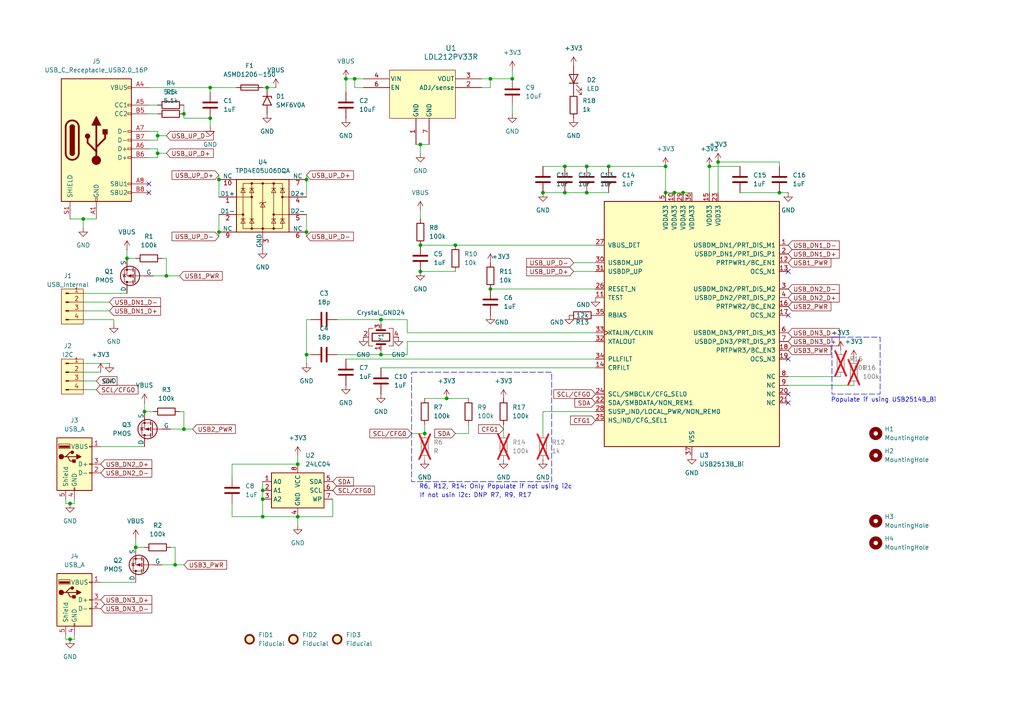
<source format=kicad_sch>
(kicad_sch (version 20250114) (generator "eeschema") (generator_version "9.0")
  (paper "A4")
  (lib_symbols
    (symbol "2025-02-18_15-45-56:LDL212PV33R" (pin_names (offset 0.254))
      (property "Reference" "U3" (at 25.4 10.16 0))
      (property "Value" "LDL212PV33R" (at 25.4 7.62 0))
      (symbol "LDL212PV33R_0_1"
        (pin unspecified line (at 0 1.27 0) (length 7.62) (name "VIN") (number "4"))
        (pin unspecified line (at 0 -1.27 0) (length 7.62) (name "EN") (number "6"))
        (pin power_out line (at 15.24 -17.78 90) (length 7.62) (name "GND") (number "1"))
        (pin power_out line (at 19.05 -17.78 90) (length 7.62) (name "GND") (number "7"))
        (pin output line (at 34.29 1.27 180) (length 7.62) (name "VOUT") (number "3"))
        (pin unspecified line (at 34.29 -1.27 180) (length 7.62) (name "ADJ/sense") (number "2"))
      )
      (symbol "LDL212PV33R_1_1"
        (pin no_connect line (at 0 -3.81 0) (length 7.62) (hide yes) (name "NC") (number "5"))
      )
    )
    (symbol "Conn_01x04_Pin_1" (pin_names (offset 1.016) (hide yes))
      (property "Reference" "J4" (at 0.635 7.62 0))
      (property "Value" "Conn_01x04_Pin" (at 0.635 5.08 0))
      (symbol "Conn_01x04_Pin_1_1_1"
        (pin passive line (at 5.08 2.54 180) (length 3.81) (name "Pin_1") (number "1"))
        (pin passive line (at 5.08 0 180) (length 3.81) (name "Pin_2") (number "2"))
        (pin passive line (at 5.08 -2.54 180) (length 3.81) (name "Pin_3") (number "3"))
        (pin passive line (at 5.08 -5.08 180) (length 3.81) (name "Pin_4") (number "4"))
      )
    )
    (symbol "Connector:Conn_01x04_Pin" (pin_names (offset 1.016) (hide yes))
      (property "Reference" "J5" (at 0.635 7.62 0))
      (property "Value" "Conn_01x04_Pin" (at 0.635 5.08 0))
      (symbol "Conn_01x04_Pin_1_1"
        (pin passive line (at 5.08 2.54 180) (length 3.81) (name "Pin_1") (number "1"))
        (pin passive line (at 5.08 0 180) (length 3.81) (name "Pin_2") (number "2"))
        (pin passive line (at 5.08 -2.54 180) (length 3.81) (name "Pin_3") (number "3"))
        (pin passive line (at 5.08 -5.08 180) (length 3.81) (name "Pin_4") (number "4"))
      )
    )
    (symbol "Connector:USB_A" (pin_names (offset 1.016))
      (property "Reference" "J" (at -5.08 11.43 0))
      (property "Value" "USB_A" (at -5.08 8.89 0))
      (symbol "USB_A_1_1"
        (pin passive line (at -2.54 -10.16 90) (length 2.54) (name "Shield") (number "5"))
        (pin power_in line (at 0 -10.16 90) (length 2.54) (name "GND") (number "4"))
        (pin power_in line (at 7.62 5.08 180) (length 2.54) (name "VBUS") (number "1"))
        (pin bidirectional line (at 7.62 0 180) (length 2.54) (name "D+") (number "3"))
        (pin bidirectional line (at 7.62 -2.54 180) (length 2.54) (name "D-") (number "2"))
      )
    )
    (symbol "Connector:USB_C_Receptacle_USB2.0_16P" (pin_names (offset 1.016))
      (property "Reference" "J" (at 0 22.225 0))
      (property "Value" "USB_C_Receptacle_USB2.0_16P" (at 0 19.685 0))
      (symbol "USB_C_Receptacle_USB2.0_16P_1_1"
        (pin passive line (at -7.62 -22.86 90) (length 5.08) (name "SHIELD") (number "S1"))
        (pin passive line (at 0 -22.86 90) (length 5.08) (name "GND") (number "A1"))
        (pin passive line (at 0 -22.86 90) (length 5.08) (hide yes) (name "GND") (number "A12"))
        (pin passive line (at 0 -22.86 90) (length 5.08) (hide yes) (name "GND") (number "B1"))
        (pin passive line (at 0 -22.86 90) (length 5.08) (hide yes) (name "GND") (number "B12"))
        (pin passive line (at 15.24 15.24 180) (length 5.08) (name "VBUS") (number "A4"))
        (pin passive line (at 15.24 15.24 180) (length 5.08) (hide yes) (name "VBUS") (number "A9"))
        (pin passive line (at 15.24 15.24 180) (length 5.08) (hide yes) (name "VBUS") (number "B4"))
        (pin passive line (at 15.24 15.24 180) (length 5.08) (hide yes) (name "VBUS") (number "B9"))
        (pin bidirectional line (at 15.24 10.16 180) (length 5.08) (name "CC1") (number "A5"))
        (pin bidirectional line (at 15.24 7.62 180) (length 5.08) (name "CC2") (number "B5"))
        (pin bidirectional line (at 15.24 2.54 180) (length 5.08) (name "D-") (number "A7"))
        (pin bidirectional line (at 15.24 0 180) (length 5.08) (name "D-") (number "B7"))
        (pin bidirectional line (at 15.24 -2.54 180) (length 5.08) (name "D+") (number "A6"))
        (pin bidirectional line (at 15.24 -5.08 180) (length 5.08) (name "D+") (number "B6"))
        (pin bidirectional line (at 15.24 -12.7 180) (length 5.08) (name "SBU1") (number "A8"))
        (pin bidirectional line (at 15.24 -15.24 180) (length 5.08) (name "SBU2") (number "B8"))
      )
    )
    (symbol "Device:C" (pin_numbers (hide yes)) (pin_names (offset 0.254))
      (property "Reference" "C" (at 0.635 2.54 0))
      (property "Value" "C" (at 0.635 -2.54 0))
      (symbol "C_1_1"
        (pin passive line (at 0 3.81 270) (length 2.794) (name "~") (number "1"))
        (pin passive line (at 0 -3.81 90) (length 2.794) (name "~") (number "2"))
      )
    )
    (symbol "Device:Crystal_GND24" (pin_names (offset 1.016) (hide yes))
      (property "Reference" "Y" (at 3.175 5.08 0))
      (property "Value" "Crystal_GND24" (at 3.175 3.175 0))
      (symbol "Crystal_GND24_1_1"
        (pin passive line (at -3.81 0 0) (length 1.27) (name "1") (number "1"))
        (pin passive line (at 0 5.08 270) (length 1.27) (name "2") (number "2"))
        (pin passive line (at 0 -5.08 90) (length 1.27) (name "4") (number "4"))
        (pin passive line (at 3.81 0 180) (length 1.27) (name "3") (number "3"))
      )
    )
    (symbol "Device:Fuse" (pin_numbers (hide yes)) (pin_names (offset 0))
      (property "Reference" "F" (at 2.032 0 90))
      (property "Value" "Fuse" (at -1.905 0 90))
      (symbol "Fuse_1_1"
        (pin passive line (at 0 3.81 270) (length 1.27) (name "~") (number "1"))
        (pin passive line (at 0 -3.81 90) (length 1.27) (name "~") (number "2"))
      )
    )
    (symbol "Device:LED" (pin_numbers (hide yes)) (pin_names (offset 1.016) (hide yes))
      (property "Reference" "D" (at 0 2.54 0))
      (property "Value" "LED" (at 0 -2.54 0))
      (symbol "LED_1_1"
        (pin passive line (at -3.81 0 0) (length 2.54) (name "K") (number "1"))
        (pin passive line (at 3.81 0 180) (length 2.54) (name "A") (number "2"))
      )
    )
    (symbol "Device:R" (pin_numbers (hide yes)) (pin_names (offset 0))
      (property "Reference" "R" (at 2.032 0 90))
      (property "Value" "R" (at 0 0 90))
      (symbol "R_1_1"
        (pin passive line (at 0 3.81 270) (length 1.27) (name "~") (number "1"))
        (pin passive line (at 0 -3.81 90) (length 1.27) (name "~") (number "2"))
      )
    )
    (symbol "Diode:SMF6V0A" (pin_numbers (hide yes)) (pin_names (offset 1.016) (hide yes))
      (property "Reference" "D" (at 0 2.54 0))
      (property "Value" "SMF6V0A" (at 0 -2.54 0))
      (symbol "SMF6V0A_1_1"
        (pin passive line (at -3.81 0 0) (length 2.54) (name "A1") (number "1"))
        (pin passive line (at 3.81 0 180) (length 2.54) (name "A2") (number "2"))
      )
    )
    (symbol "Interface_USB:USB2514B_Bi" (pin_names (offset 1.016))
      (property "Reference" "U1" (at 2.1941 -38.1 0))
      (property "Value" "USB2513B_Bi" (at 2.1941 -40.64 0))
      (symbol "USB2514B_Bi_1_1"
        (pin input line (at -27.94 22.86 0) (length 2.54) (name "VBUS_DET") (number "27"))
        (pin bidirectional line (at -27.94 17.78 0) (length 2.54) (name "USBDM_UP") (number "30"))
        (pin bidirectional line (at -27.94 15.24 0) (length 2.54) (name "USBDP_UP") (number "31"))
        (pin input line (at -27.94 10.16 0) (length 2.54) (name "RESET_N") (number "26"))
        (pin input line (at -27.94 7.62 0) (length 2.54) (name "TEST") (number "11"))
        (pin input line (at -27.94 2.54 0) (length 2.54) (name "RBIAS") (number "35"))
        (pin input clock (at -27.94 -2.54 0) (length 2.54) (name "XTALIN/CLKIN") (number "33"))
        (pin output line (at -27.94 -5.08 0) (length 2.54) (name "XTALOUT") (number "32"))
        (pin input line (at -27.94 -10.16 0) (length 2.54) (name "PLLFILT") (number "34"))
        (pin input line (at -27.94 -12.7 0) (length 2.54) (name "CRFILT") (number "14"))
        (pin bidirectional line (at -27.94 -20.32 0) (length 2.54) (name "SCL/SMBCLK/CFG_SEL0") (number "24"))
        (pin bidirectional line (at -27.94 -22.86 0) (length 2.54) (name "SDA/SMBDATA/NON_REM1") (number "22"))
        (pin bidirectional line (at -27.94 -25.4 0) (length 2.54) (name "SUSP_IND/LOCAL_PWR/NON_REM0") (number "28"))
        (pin bidirectional line (at -27.94 -27.94 0) (length 2.54) (name "HS_IND/CFG_SEL1") (number "25"))
        (pin power_in line (at -7.62 38.1 270) (length 2.54) (name "VDDA33") (number "5"))
        (pin power_in line (at -5.08 38.1 270) (length 2.54) (name "VDDA33") (number "10"))
        (pin power_in line (at -2.54 38.1 270) (length 2.54) (name "VDDA33") (number "29"))
        (pin power_in line (at 0 38.1 270) (length 2.54) (name "VDDA33") (number "36"))
        (pin power_in line (at 0 -38.1 90) (length 2.54) (name "VSS") (number "37"))
        (pin power_in line (at 5.08 38.1 270) (length 2.54) (name "VDD33") (number "15"))
        (pin power_in line (at 7.62 38.1 270) (length 2.54) (name "VDD33") (number "23"))
        (pin bidirectional line (at 27.94 22.86 180) (length 2.54) (name "USBDM_DN1/PRT_DIS_M1") (number "1"))
        (pin bidirectional line (at 27.94 20.32 180) (length 2.54) (name "USBDP_DN1/PRT_DIS_P1") (number "2"))
        (pin bidirectional line (at 27.94 17.78 180) (length 2.54) (name "PRTPWR1/BC_EN1") (number "12"))
        (pin input line (at 27.94 15.24 180) (length 2.54) (name "OCS_N1") (number "13"))
        (pin bidirectional line (at 27.94 10.16 180) (length 2.54) (name "USBDM_DN2/PRT_DIS_M2") (number "3"))
        (pin bidirectional line (at 27.94 7.62 180) (length 2.54) (name "USBDP_DN2/PRT_DIS_P2") (number "4"))
        (pin bidirectional line (at 27.94 5.08 180) (length 2.54) (name "PRTPWR2/BC_EN2") (number "16"))
        (pin input line (at 27.94 2.54 180) (length 2.54) (name "OCS_N2") (number "17"))
        (pin bidirectional line (at 27.94 -2.54 180) (length 2.54) (name "USBDM_DN3/PRT_DIS_M3") (number "6"))
        (pin bidirectional line (at 27.94 -5.08 180) (length 2.54) (name "USBDP_DN3/PRT_DIS_P3") (number "7"))
        (pin bidirectional line (at 27.94 -7.62 180) (length 2.54) (name "PRTPWR3/BC_EN3") (number "18"))
        (pin input line (at 27.94 -10.16 180) (length 2.54) (name "OCS_N3") (number "19"))
        (pin bidirectional line (at 27.94 -15.24 180) (length 2.54) (name "NC") (number "8"))
        (pin bidirectional line (at 27.94 -17.78 180) (length 2.54) (name "NC") (number "9"))
        (pin bidirectional line (at 27.94 -20.32 180) (length 2.54) (name "NC") (number "20"))
        (pin input line (at 27.94 -22.86 180) (length 2.54) (name "NC") (number "21"))
      )
    )
    (symbol "Mechanical:Fiducial" (exclude_from_sim yes) (in_bom no)
      (property "Reference" "FID" (at 0 5.08 0))
      (property "Value" "Fiducial" (at 0 3.175 0))
    )
    (symbol "Mechanical:MountingHole" (pin_names (offset 1.016)) (exclude_from_sim yes) (in_bom no)
      (property "Reference" "H" (at 0 5.08 0))
      (property "Value" "MountingHole" (at 0 3.175 0))
    )
    (symbol "Memory_EEPROM:24LC04"
      (property "Reference" "U2" (at 2.1941 10.16 0))
      (property "Value" "24LC04" (at 2.1941 7.62 0))
      (symbol "24LC04_1_1"
        (pin input line (at -10.16 2.54 0) (length 2.54) (name "A0") (number "1"))
        (pin input line (at -10.16 0 0) (length 2.54) (name "A1") (number "2"))
        (pin input line (at -10.16 -2.54 0) (length 2.54) (name "A2") (number "3"))
        (pin power_in line (at 0 7.62 270) (length 2.54) (name "VCC") (number "8"))
        (pin power_in line (at 0 -7.62 90) (length 2.54) (name "GND") (number "4"))
        (pin passive line (at 0 -7.62 90) (length 2.54) (hide yes) (name "EP") (number "9"))
        (pin bidirectional line (at 10.16 2.54 180) (length 2.54) (name "SDA") (number "5"))
        (pin input line (at 10.16 0 180) (length 2.54) (name "SCL") (number "6"))
        (pin input line (at 10.16 -2.54 180) (length 2.54) (name "WP") (number "7"))
      )
    )
    (symbol "Power_Protection:TPD4E05U06DQA" (pin_names (offset 0))
      (property "Reference" "U" (at -0.635 8.89 0))
      (property "Value" "TPD4E05U06DQA" (at 1.905 -10.16 0))
      (symbol "TPD4E05U06DQA_1_1"
        (pin free line (at -12.7 7.62 0) (length 5.08) (name "NC") (number "10"))
        (pin passive line (at -12.7 2.54 0) (length 5.08) (name "D1+") (number "1"))
        (pin passive line (at -12.7 -2.54 0) (length 5.08) (name "D1-") (number "2"))
        (pin free line (at -12.7 -7.62 0) (length 5.08) (name "NC") (number "9"))
        (pin power_in line (at 0 -12.7 90) (length 5.08) (name "GND") (number "3"))
        (pin passive line (at 0 -12.7 90) (length 5.08) (hide yes) (name "GND") (number "8"))
        (pin free line (at 12.7 7.62 180) (length 5.08) (name "NC") (number "7"))
        (pin passive line (at 12.7 2.54 180) (length 5.08) (name "D2+") (number "4"))
        (pin passive line (at 12.7 -2.54 180) (length 5.08) (name "D2-") (number "5"))
        (pin free line (at 12.7 -7.62 180) (length 5.08) (name "NC") (number "6"))
      )
    )
    (symbol "Simulation_SPICE:PMOS" (pin_numbers (hide yes)) (pin_names (offset 0))
      (property "Reference" "Q" (at 5.08 1.27 0))
      (property "Value" "PMOS" (at 5.08 -1.27 0))
      (symbol "PMOS_1_1"
        (pin input line (at -5.08 0 0) (length 2.54) (name "G") (number "2"))
        (pin passive line (at 2.54 5.08 270) (length 2.54) (name "D") (number "1"))
        (pin passive line (at 2.54 -5.08 90) (length 2.54) (name "S") (number "3"))
      )
    )
    (symbol "power:+3V3" (power) (pin_numbers (hide yes)) (pin_names (offset 0) (hide yes))
      (property "Value" "+3V3" (at 0 3.556 0))
      (symbol "+3V3_1_1"
        (pin power_in line (at 0 0 90) (length 0) (name "~") (number "1"))
      )
    )
    (symbol "power:GND" (power) (pin_numbers (hide yes)) (pin_names (offset 0) (hide yes))
      (property "Value" "GND" (at 0 -3.81 0))
      (symbol "GND_1_1"
        (pin power_in line (at 0 0 270) (length 0) (name "~") (number "1"))
      )
    )
    (symbol "power:VBUS" (power) (pin_numbers (hide yes)) (pin_names (offset 0) (hide yes))
      (property "Value" "VBUS" (at 0 3.556 0))
      (symbol "VBUS_1_1"
        (pin power_in line (at 0 0 90) (length 0) (name "~") (number "1"))
      )
    )
  )
  (rectangle (start 119.38 107.95) (end 160.02 139.7) (stroke (width 0) (type dash)))
  (rectangle (start 241.3 97.79) (end 255.27 114.3) (stroke (width 0) (type dash)))
  (text "If not usin i2c: DNP R7, R9, R17" (at 137.922 143.764 0) (effects (font (size 1.27 1.27))))
  (text "R6, R12, R14: Only Populate if not using i2c" (at 143.764 141.224 0) (effects (font (size 1.27 1.27))))
  (text "Populate if using USB2514B_Bi" (at 256.286 116.078 0) (effects (font (size 1.27 1.27))))
  (junction (at 53.34 124.46))
  (junction (at 24.13 63.5))
  (junction (at 63.5 52.07))
  (junction (at 121.92 78.74))
  (junction (at 193.04 48.26))
  (junction (at 86.36 149.86))
  (junction (at 110.49 102.87))
  (junction (at 170.18 55.88))
  (junction (at 121.92 71.12))
  (junction (at 163.83 48.26))
  (junction (at 76.2 149.86))
  (junction (at 142.24 22.86))
  (junction (at 198.12 55.88))
  (junction (at 50.8 163.83))
  (junction (at 63.5 67.31))
  (junction (at 76.2 144.78))
  (junction (at 110.49 92.71))
  (junction (at 170.18 48.26))
  (junction (at 45.72 44.45))
  (junction (at 102.87 22.86))
  (junction (at 208.28 46.99))
  (junction (at 100.33 22.86))
  (junction (at 77.47 25.4))
  (junction (at 226.06 55.88))
  (junction (at 148.59 22.86))
  (junction (at 205.74 48.26))
  (junction (at 142.24 83.82))
  (junction (at 88.9 52.07))
  (junction (at 53.34 33.02))
  (junction (at 48.26 80.01))
  (junction (at 176.53 48.26))
  (junction (at 86.36 134.62))
  (junction (at 45.72 39.37))
  (junction (at 132.08 71.12))
  (junction (at 195.58 55.88))
  (junction (at 121.92 41.91))
  (junction (at 20.32 146.05))
  (junction (at 163.83 55.88))
  (junction (at 157.48 55.88))
  (junction (at 41.91 119.38))
  (junction (at 88.9 102.87))
  (junction (at 60.96 34.29))
  (junction (at 123.19 125.73))
  (junction (at 193.04 55.88))
  (junction (at 60.96 25.4))
  (junction (at 20.32 185.42))
  (junction (at 88.9 67.31))
  (junction (at 76.2 142.24))
  (junction (at 36.83 74.93))
  (junction (at 129.54 115.57))
  (junction (at 39.37 158.75))
  (no_connect (at 228.6 114.3))
  (no_connect (at 43.18 55.88))
  (no_connect (at 43.18 53.34))
  (no_connect (at 228.6 104.14))
  (no_connect (at 228.6 78.74))
  (no_connect (at 228.6 116.84))
  (no_connect (at 228.6 91.44))
  (wire (pts (xy 170.18 48.26) (xy 176.53 48.26)))
  (wire (pts (xy 118.11 102.87) (xy 118.11 99.06)))
  (wire (pts (xy 67.31 138.43) (xy 67.31 134.62)))
  (wire (pts (xy 163.83 55.88) (xy 170.18 55.88)))
  (wire (pts (xy 226.06 55.88) (xy 228.6 55.88)))
  (wire (pts (xy 76.2 149.86) (xy 86.36 149.86)))
  (wire (pts (xy 43.18 40.64) (xy 45.72 40.64)))
  (wire (pts (xy 60.96 34.29) (xy 60.96 36.83)))
  (wire (pts (xy 49.53 158.75) (xy 50.8 158.75)))
  (wire (pts (xy 205.74 55.88) (xy 205.74 48.26)))
  (wire (pts (xy 52.07 80.01) (xy 48.26 80.01)))
  (wire (pts (xy 21.59 146.05) (xy 20.32 146.05)))
  (wire (pts (xy 24.13 63.5) (xy 24.13 66.04)))
  (wire (pts (xy 121.92 60.96) (xy 121.92 63.5)))
  (wire (pts (xy 110.49 92.71) (xy 110.49 93.98)))
  (wire (pts (xy 43.18 30.48) (xy 45.72 30.48)))
  (wire (pts (xy 129.54 115.57) (xy 135.89 115.57)))
  (wire (pts (xy 63.5 50.8) (xy 63.5 52.07)))
  (wire (pts (xy 123.19 115.57) (xy 129.54 115.57)))
  (wire (pts (xy 36.83 74.93) (xy 39.37 74.93)))
  (wire (pts (xy 102.87 22.86) (xy 105.41 22.86)))
  (wire (pts (xy 86.36 132.08) (xy 86.36 134.62)))
  (wire (pts (xy 110.49 101.6) (xy 110.49 102.87)))
  (wire (pts (xy 50.8 158.75) (xy 50.8 163.83)))
  (wire (pts (xy 53.34 119.38) (xy 52.07 119.38)))
  (wire (pts (xy 142.24 25.4) (xy 142.24 22.86)))
  (wire (pts (xy 118.11 92.71) (xy 118.11 96.52)))
  (wire (pts (xy 27.94 113.03) (xy 24.13 113.03)))
  (wire (pts (xy 24.13 85.09) (xy 36.83 85.09)))
  (wire (pts (xy 118.11 99.06) (xy 172.72 99.06)))
  (wire (pts (xy 198.12 55.88) (xy 200.66 55.88)))
  (wire (pts (xy 53.34 30.48) (xy 53.34 33.02)))
  (wire (pts (xy 41.91 119.38) (xy 44.45 119.38)))
  (wire (pts (xy 88.9 52.07) (xy 88.9 57.15)))
  (wire (pts (xy 48.26 80.01) (xy 44.45 80.01)))
  (wire (pts (xy 29.21 168.91) (xy 39.37 168.91)))
  (wire (pts (xy 110.49 92.71) (xy 118.11 92.71)))
  (wire (pts (xy 148.59 22.86) (xy 148.59 20.32)))
  (wire (pts (xy 193.04 55.88) (xy 195.58 55.88)))
  (wire (pts (xy 88.9 92.71) (xy 90.17 92.71)))
  (wire (pts (xy 163.83 48.26) (xy 170.18 48.26)))
  (wire (pts (xy 43.18 33.02) (xy 45.72 33.02)))
  (wire (pts (xy 67.31 149.86) (xy 76.2 149.86)))
  (wire (pts (xy 29.21 129.54) (xy 41.91 129.54)))
  (wire (pts (xy 27.94 110.49) (xy 24.13 110.49)))
  (wire (pts (xy 170.18 55.88) (xy 176.53 55.88)))
  (wire (pts (xy 21.59 144.78) (xy 21.59 146.05)))
  (wire (pts (xy 49.53 124.46) (xy 53.34 124.46)))
  (wire (pts (xy 39.37 156.21) (xy 39.37 158.75)))
  (wire (pts (xy 21.59 184.15) (xy 21.59 185.42)))
  (wire (pts (xy 135.89 125.73) (xy 135.89 123.19)))
  (wire (pts (xy 45.72 40.64) (xy 45.72 39.37)))
  (wire (pts (xy 21.59 185.42) (xy 20.32 185.42)))
  (wire (pts (xy 157.48 48.26) (xy 163.83 48.26)))
  (wire (pts (xy 48.26 44.45) (xy 45.72 44.45)))
  (wire (pts (xy 228.6 109.22) (xy 243.84 109.22)))
  (wire (pts (xy 50.8 163.83) (xy 46.99 163.83)))
  (wire (pts (xy 39.37 158.75) (xy 41.91 158.75)))
  (wire (pts (xy 60.96 25.4) (xy 60.96 26.67)))
  (wire (pts (xy 67.31 134.62) (xy 86.36 134.62)))
  (wire (pts (xy 142.24 83.82) (xy 172.72 83.82)))
  (wire (pts (xy 166.37 76.2) (xy 172.72 76.2)))
  (wire (pts (xy 20.32 63.5) (xy 24.13 63.5)))
  (wire (pts (xy 41.91 116.84) (xy 41.91 119.38)))
  (wire (pts (xy 24.13 63.5) (xy 27.94 63.5)))
  (wire (pts (xy 146.05 123.19) (xy 146.05 125.73)))
  (wire (pts (xy 123.19 125.73) (xy 123.19 123.19)))
  (wire (pts (xy 176.53 48.26) (xy 193.04 48.26)))
  (wire (pts (xy 205.74 48.26) (xy 214.63 48.26)))
  (wire (pts (xy 208.28 46.99) (xy 226.06 46.99)))
  (wire (pts (xy 139.7 25.4) (xy 142.24 25.4)))
  (wire (pts (xy 97.79 102.87) (xy 110.49 102.87)))
  (wire (pts (xy 88.9 105.41) (xy 88.9 102.87)))
  (wire (pts (xy 100.33 104.14) (xy 172.72 104.14)))
  (wire (pts (xy 67.31 146.05) (xy 67.31 149.86)))
  (wire (pts (xy 76.2 144.78) (xy 76.2 149.86)))
  (wire (pts (xy 88.9 50.8) (xy 88.9 52.07)))
  (wire (pts (xy 46.99 74.93) (xy 48.26 74.93)))
  (wire (pts (xy 132.08 71.12) (xy 172.72 71.12)))
  (wire (pts (xy 24.13 87.63) (xy 31.75 87.63)))
  (wire (pts (xy 77.47 25.4) (xy 80.01 25.4)))
  (wire (pts (xy 76.2 25.4) (xy 77.47 25.4)))
  (wire (pts (xy 63.5 67.31) (xy 63.5 62.23)))
  (wire (pts (xy 24.13 105.41) (xy 31.75 105.41)))
  (wire (pts (xy 53.34 33.02) (xy 53.34 34.29)))
  (wire (pts (xy 19.05 185.42) (xy 20.32 185.42)))
  (wire (pts (xy 43.18 25.4) (xy 60.96 25.4)))
  (wire (pts (xy 195.58 55.88) (xy 198.12 55.88)))
  (wire (pts (xy 157.48 119.38) (xy 157.48 125.73)))
  (wire (pts (xy 110.49 102.87) (xy 118.11 102.87)))
  (wire (pts (xy 43.18 43.18) (xy 45.72 43.18)))
  (wire (pts (xy 148.59 30.48) (xy 148.59 33.02)))
  (wire (pts (xy 36.83 72.39) (xy 36.83 74.93)))
  (wire (pts (xy 86.36 152.4) (xy 86.36 149.86)))
  (wire (pts (xy 120.65 41.91) (xy 121.92 41.91)))
  (wire (pts (xy 118.11 96.52) (xy 172.72 96.52)))
  (wire (pts (xy 63.5 52.07) (xy 63.5 57.15)))
  (wire (pts (xy 132.08 125.73) (xy 135.89 125.73)))
  (wire (pts (xy 43.18 38.1) (xy 45.72 38.1)))
  (wire (pts (xy 76.2 142.24) (xy 76.2 144.78)))
  (wire (pts (xy 48.26 74.93) (xy 48.26 80.01)))
  (wire (pts (xy 88.9 92.71) (xy 88.9 102.87)))
  (wire (pts (xy 88.9 68.58) (xy 88.9 67.31)))
  (wire (pts (xy 19.05 146.05) (xy 20.32 146.05)))
  (wire (pts (xy 45.72 45.72) (xy 45.72 44.45)))
  (wire (pts (xy 53.34 34.29) (xy 60.96 34.29)))
  (wire (pts (xy 226.06 46.99) (xy 226.06 48.26)))
  (wire (pts (xy 214.63 55.88) (xy 226.06 55.88)))
  (wire (pts (xy 105.41 25.4) (xy 102.87 25.4)))
  (wire (pts (xy 193.04 55.88) (xy 193.04 48.26)))
  (wire (pts (xy 102.87 25.4) (xy 102.87 22.86)))
  (wire (pts (xy 19.05 144.78) (xy 19.05 146.05)))
  (wire (pts (xy 100.33 22.86) (xy 100.33 26.67)))
  (wire (pts (xy 96.52 149.86) (xy 86.36 149.86)))
  (wire (pts (xy 53.34 119.38) (xy 53.34 124.46)))
  (wire (pts (xy 119.38 125.73) (xy 123.19 125.73)))
  (wire (pts (xy 157.48 55.88) (xy 163.83 55.88)))
  (wire (pts (xy 97.79 92.71) (xy 110.49 92.71)))
  (wire (pts (xy 121.92 41.91) (xy 124.46 41.91)))
  (wire (pts (xy 208.28 55.88) (xy 208.28 46.99)))
  (wire (pts (xy 88.9 67.31) (xy 88.9 62.23)))
  (wire (pts (xy 33.02 92.71) (xy 33.02 93.98)))
  (wire (pts (xy 19.05 184.15) (xy 19.05 185.42)))
  (wire (pts (xy 110.49 106.68) (xy 172.72 106.68)))
  (wire (pts (xy 53.34 163.83) (xy 50.8 163.83)))
  (wire (pts (xy 45.72 38.1) (xy 45.72 39.37)))
  (wire (pts (xy 142.24 22.86) (xy 148.59 22.86)))
  (wire (pts (xy 43.18 45.72) (xy 45.72 45.72)))
  (wire (pts (xy 100.33 22.86) (xy 102.87 22.86)))
  (wire (pts (xy 48.26 39.37) (xy 45.72 39.37)))
  (wire (pts (xy 172.72 119.38) (xy 157.48 119.38)))
  (wire (pts (xy 228.6 111.76) (xy 247.65 111.76)))
  (wire (pts (xy 96.52 144.78) (xy 96.52 149.86)))
  (wire (pts (xy 166.37 78.74) (xy 172.72 78.74)))
  (wire (pts (xy 76.2 139.7) (xy 76.2 142.24)))
  (wire (pts (xy 24.13 90.17) (xy 31.75 90.17)))
  (wire (pts (xy 139.7 22.86) (xy 142.24 22.86)))
  (wire (pts (xy 88.9 102.87) (xy 90.17 102.87)))
  (wire (pts (xy 24.13 107.95) (xy 29.21 107.95)))
  (wire (pts (xy 121.92 78.74) (xy 132.08 78.74)))
  (wire (pts (xy 63.5 68.58) (xy 63.5 67.31)))
  (wire (pts (xy 45.72 43.18) (xy 45.72 44.45)))
  (wire (pts (xy 60.96 25.4) (xy 68.58 25.4)))
  (wire (pts (xy 121.92 41.91) (xy 121.92 44.45)))
  (wire (pts (xy 24.13 92.71) (xy 33.02 92.71)))
  (wire (pts (xy 55.88 124.46) (xy 53.34 124.46)))
  (wire (pts (xy 132.08 71.12) (xy 121.92 71.12)))
  (global_label "SCL{slash}CFG0" (shape input) (at 27.94 113.03 0) (property "Intersheetrefs" "${INTERSHEET_REFS}" (effects (hide yes))))
  (global_label "USB_DN1_D+" (shape input) (at 228.6 73.66 0) (property "Intersheetrefs" "${INTERSHEET_REFS}" (effects (hide yes))) (property "Netclass" "USB" (effects (hide yes))))
  (global_label "USB_DN2_D+" (shape input) (at 29.21 134.62 0) (property "Intersheetrefs" "${INTERSHEET_REFS}" (effects (hide yes))) (property "Netclass" "USB" (effects (hide yes))))
  (global_label "SDA" (shape input) (at 172.72 116.84 180) (property "Intersheetrefs" "${INTERSHEET_REFS}" (effects (hide yes))))
  (global_label "USB1_PWR" (shape input) (at 52.07 80.01 0) (property "Intersheetrefs" "${INTERSHEET_REFS}" (effects (hide yes))))
  (global_label "USB_DN1_D+" (shape input) (at 31.75 90.17 0) (property "Intersheetrefs" "${INTERSHEET_REFS}" (effects (hide yes))) (property "Netclass" "USB" (effects (hide yes))))
  (global_label "SDA" (shape input) (at 27.94 110.49 0) (property "Intersheetrefs" "${INTERSHEET_REFS}" (effects (hide yes))))
  (global_label "USB_DN2_D+" (shape input) (at 228.6 86.36 0) (property "Intersheetrefs" "${INTERSHEET_REFS}" (effects (hide yes))) (property "Netclass" "USB" (effects (hide yes))))
  (global_label "SCL{slash}CFG0" (shape input) (at 96.52 142.24 0) (property "Intersheetrefs" "${INTERSHEET_REFS}" (effects (hide yes))))
  (global_label "USB_DN1_D-" (shape input) (at 228.6 71.12 0) (property "Intersheetrefs" "${INTERSHEET_REFS}" (effects (hide yes))) (property "Netclass" "USB" (effects (hide yes))))
  (global_label "USB_UP_D+" (shape input) (at 88.9 50.8 0) (property "Intersheetrefs" "${INTERSHEET_REFS}" (effects (hide yes))) (property "Netclass" "USB" (effects (hide yes))))
  (global_label "USB1_PWR" (shape input) (at 228.6 76.2 0) (property "Intersheetrefs" "${INTERSHEET_REFS}" (effects (hide yes))))
  (global_label "USB_DN2_D-" (shape input) (at 29.21 137.16 0) (property "Intersheetrefs" "${INTERSHEET_REFS}" (effects (hide yes))) (property "Netclass" "USB" (effects (hide yes))))
  (global_label "USB2_PWR" (shape input) (at 55.88 124.46 0) (property "Intersheetrefs" "${INTERSHEET_REFS}" (effects (hide yes))))
  (global_label "USB_UP_D-" (shape input) (at 88.9 68.58 0) (property "Intersheetrefs" "${INTERSHEET_REFS}" (effects (hide yes))) (property "Netclass" "USB" (effects (hide yes))))
  (global_label "SDA" (shape input) (at 96.52 139.7 0) (property "Intersheetrefs" "${INTERSHEET_REFS}" (effects (hide yes))))
  (global_label "USB_UP_D-" (shape input) (at 166.37 76.2 180) (property "Intersheetrefs" "${INTERSHEET_REFS}" (effects (hide yes))) (property "Netclass" "USB" (effects (hide yes))))
  (global_label "CFG1" (shape input) (at 172.72 121.92 180) (property "Intersheetrefs" "${INTERSHEET_REFS}" (effects (hide yes))))
  (global_label "USB_UP_D-" (shape input) (at 48.26 39.37 0) (property "Intersheetrefs" "${INTERSHEET_REFS}" (effects (hide yes))) (property "Netclass" "USB" (effects (hide yes))))
  (global_label "USB3_PWR" (shape input) (at 228.6 101.6 0) (property "Intersheetrefs" "${INTERSHEET_REFS}" (effects (hide yes))))
  (global_label "USB_UP_D+" (shape input) (at 166.37 78.74 180) (property "Intersheetrefs" "${INTERSHEET_REFS}" (effects (hide yes))) (property "Netclass" "USB" (effects (hide yes))))
  (global_label "SCL{slash}CFG0" (shape input) (at 172.72 114.3 180) (property "Intersheetrefs" "${INTERSHEET_REFS}" (effects (hide yes))))
  (global_label "USB_DN1_D-" (shape input) (at 31.75 87.63 0) (property "Intersheetrefs" "${INTERSHEET_REFS}" (effects (hide yes))) (property "Netclass" "USB" (effects (hide yes))))
  (global_label "USB_DN3_D-" (shape input) (at 29.21 176.53 0) (property "Intersheetrefs" "${INTERSHEET_REFS}" (effects (hide yes))) (property "Netclass" "USB" (effects (hide yes))))
  (global_label "USB_DN3_D-" (shape input) (at 228.6 96.52 0) (property "Intersheetrefs" "${INTERSHEET_REFS}" (effects (hide yes))) (property "Netclass" "USB" (effects (hide yes))))
  (global_label "USB_DN3_D+" (shape input) (at 228.6 99.06 0) (property "Intersheetrefs" "${INTERSHEET_REFS}" (effects (hide yes))) (property "Netclass" "USB" (effects (hide yes))))
  (global_label "USB_DN3_D+" (shape input) (at 29.21 173.99 0) (property "Intersheetrefs" "${INTERSHEET_REFS}" (effects (hide yes))) (property "Netclass" "USB" (effects (hide yes))))
  (global_label "USB3_PWR" (shape input) (at 53.34 163.83 0) (property "Intersheetrefs" "${INTERSHEET_REFS}" (effects (hide yes))))
  (global_label "USB_UP_D+" (shape input) (at 63.5 50.8 180) (property "Intersheetrefs" "${INTERSHEET_REFS}" (effects (hide yes))) (property "Netclass" "USB" (effects (hide yes))))
  (global_label "USB_UP_D+" (shape input) (at 48.26 44.45 0) (property "Intersheetrefs" "${INTERSHEET_REFS}" (effects (hide yes))) (property "Netclass" "USB" (effects (hide yes))))
  (global_label "CFG1" (shape input) (at 146.05 124.46 180) (property "Intersheetrefs" "${INTERSHEET_REFS}" (effects (hide yes))))
  (global_label "SCL{slash}CFG0" (shape input) (at 119.38 125.73 180) (property "Intersheetrefs" "${INTERSHEET_REFS}" (effects (hide yes))))
  (global_label "USB2_PWR" (shape input) (at 228.6 88.9 0) (property "Intersheetrefs" "${INTERSHEET_REFS}" (effects (hide yes))))
  (global_label "SDA" (shape input) (at 132.08 125.73 180) (property "Intersheetrefs" "${INTERSHEET_REFS}" (effects (hide yes))))
  (global_label "USB_DN2_D-" (shape input) (at 228.6 83.82 0) (property "Intersheetrefs" "${INTERSHEET_REFS}" (effects (hide yes))) (property "Netclass" "USB" (effects (hide yes))))
  (global_label "USB_UP_D-" (shape input) (at 63.5 68.58 180) (property "Intersheetrefs" "${INTERSHEET_REFS}" (effects (hide yes))) (property "Netclass" "USB" (effects (hide yes))))
  (symbol (lib_id "Device:R") (at 146.05 129.54 0) (unit 1) (dnp yes)
    (property "Reference" "R14" (at 148.59 128.2699 0) (effects (justify left)))
    (property "Value" "100k" (at 148.59 130.8099 0) (effects (justify left)))
    (property "Footprint" "Resistor_SMD:R_0402_1005Metric" (effects (hide yes)))
    (property "Description" "Resistor" (effects (hide yes)))
  )
  (symbol (lib_id "Device:C") (at 163.83 52.07 0) (unit 1)
    (property "Reference" "C12" (at 167.64 50.7999 0) (effects (justify left)))
    (property "Value" "1uF" (at 167.64 53.3399 0) (effects (justify left)))
    (property "Footprint" "Capacitor_SMD:C_0402_1005Metric" (effects (hide yes)))
    (property "Description" "Unpolarized capacitor" (effects (hide yes)))
  )
  (symbol (lib_id "power:GND") (at 88.9 105.41 0) (unit 1)
    (property "Reference" "#PWR014" (effects (hide yes)))
    (property "Value" "GND" (at 88.9 110.49 0))
    (property "Description" "Power symbol creates a global label with name \"GND\" , ground" (effects (hide yes)))
  )
  (symbol (lib_id "Device:R") (at 121.92 67.31 180) (unit 1)
    (property "Reference" "R8" (at 124.46 66.0399 0) (effects (justify right)))
    (property "Value" "100k" (at 124.46 68.5799 0) (effects (justify right)))
    (property "Footprint" "Resistor_SMD:R_0402_1005Metric" (effects (hide yes)))
    (property "Description" "Resistor" (effects (hide yes)))
  )
  (symbol (lib_id "Device:C") (at 157.48 52.07 0) (unit 1)
    (property "Reference" "C11" (at 161.29 50.7999 0) (effects (justify left)))
    (property "Value" "1uF" (at 161.29 53.3399 0) (effects (justify left)))
    (property "Footprint" "Capacitor_SMD:C_0402_1005Metric" (effects (hide yes)))
    (property "Description" "Unpolarized capacitor" (effects (hide yes)))
  )
  (symbol (lib_id "power:GND") (at 20.32 146.05 0) (unit 1)
    (property "Reference" "#PWR01" (effects (hide yes)))
    (property "Value" "GND" (at 20.32 151.13 0))
    (property "Description" "Power symbol creates a global label with name \"GND\" , ground" (effects (hide yes)))
  )
  (symbol (lib_id "power:GND") (at 100.33 111.76 0) (unit 1)
    (property "Reference" "#PWR021" (effects (hide yes)))
    (property "Value" "GND" (at 100.33 116.84 0))
    (property "Description" "Power symbol creates a global label with name \"GND\" , ground" (effects (hide yes)))
  )
  (symbol (lib_id "Mechanical:Fiducial") (at 85.09 185.42 0) (unit 1) (exclude_from_sim yes) (in_bom no)
    (property "Reference" "FID2" (at 87.63 184.1499 0) (effects (justify left)))
    (property "Value" "Fiducial" (at 87.63 186.6899 0) (effects (justify left)))
    (property "Footprint" "Fiducial:Fiducial_0.5mm_Mask1mm" (effects (hide yes)))
    (property "Description" "Fiducial Marker" (effects (hide yes)))
  )
  (symbol (lib_id "Device:R") (at 247.65 107.95 0) (unit 1) (dnp yes)
    (property "Reference" "R16" (at 250.19 106.6799 0) (effects (justify left)))
    (property "Value" "100k" (at 250.19 109.2199 0) (effects (justify left)))
    (property "Footprint" "Resistor_SMD:R_0402_1005Metric" (effects (hide yes)))
    (property "Description" "Resistor" (effects (hide yes)))
  )
  (symbol (lib_id "power:+3V3") (at 243.84 101.6 0) (unit 1)
    (property "Reference" "#PWR035" (effects (hide yes)))
    (property "Value" "+3V3" (at 243.84 96.52 0))
    (property "Description" "Power symbol creates a global label with name \"+3V3\"" (effects (hide yes)))
  )
  (symbol (lib_id "power:VBUS") (at 36.83 72.39 0) (unit 1)
    (property "Reference" "#PWR07" (effects (hide yes)))
    (property "Value" "VBUS" (at 36.83 67.31 0))
    (property "Description" "Power symbol creates a global label with name \"VBUS\"" (effects (hide yes)))
  )
  (symbol (lib_id "power:+3V3") (at 166.37 19.05 0) (unit 1)
    (property "Reference" "#PWR046" (effects (hide yes)))
    (property "Value" "+3V3" (at 166.37 13.97 0))
    (property "Description" "Power symbol creates a global label with name \"+3V3\"" (effects (hide yes)))
  )
  (symbol (lib_id "power:GND") (at 172.72 86.36 0) (unit 1)
    (property "Reference" "#PWR029" (effects (hide yes)))
    (property "Value" "GND" (at 169.164 88.392 0))
    (property "Description" "Power symbol creates a global label with name \"GND\" , ground" (effects (hide yes)))
  )
  (symbol (lib_id "power:+3V3") (at 29.21 107.95 0) (unit 1)
    (property "Reference" "#PWR04" (effects (hide yes)))
    (property "Value" "+3V3" (at 29.21 102.87 0))
    (property "Description" "Power symbol creates a global label with name \"+3V3\"" (effects (hide yes)))
  )
  (symbol (lib_id "power:+3V3") (at 129.54 115.57 0) (unit 1)
    (property "Reference" "#PWR018" (effects (hide yes)))
    (property "Value" "+3V3" (at 129.54 110.49 0))
    (property "Description" "Power symbol creates a global label with name \"+3V3\"" (effects (hide yes)))
  )
  (symbol (lib_id "power:GND") (at 157.48 55.88 0) (unit 1)
    (property "Reference" "#PWR025" (effects (hide yes)))
    (property "Value" "GND" (at 157.48 60.96 0))
    (property "Description" "Power symbol creates a global label with name \"GND\" , ground" (effects (hide yes)))
  )
  (symbol (lib_id "power:GND") (at 166.37 34.29 0) (unit 1)
    (property "Reference" "#PWR045" (effects (hide yes)))
    (property "Value" "GND" (at 166.37 39.37 0))
    (property "Description" "Power symbol creates a global label with name \"GND\" , ground" (effects (hide yes)))
  )
  (symbol (lib_id "power:+3V3") (at 142.24 76.2 0) (unit 1)
    (property "Reference" "#PWR019" (effects (hide yes)))
    (property "Value" "+3V3" (at 145.288 74.422 0))
    (property "Description" "Power symbol creates a global label with name \"+3V3\"" (effects (hide yes)))
  )
  (symbol (lib_id "Interface_USB:USB2514B_Bi") (at 200.66 93.98 0) (unit 1)
    (property "Reference" "U3" (at 202.8541 132.08 0) (effects (justify left)))
    (property "Value" "USB2513B_Bi" (at 202.8541 134.62 0) (effects (justify left)))
    (property "Footprint" "Package_DFN_QFN:QFN-36-1EP_6x6mm_P0.5mm_EP3.7x3.7mm" (effects (hide yes)))
    (property "Datasheet" "http://ww1.microchip.com/downloads/en/DeviceDoc/00001692C.pdf" (effects (hide yes)))
    (property "Description" "USB 2.0 Hi-Speed Hub Controller" (effects (hide yes)))
  )
  (symbol (lib_id "Device:R") (at 132.08 74.93 0) (unit 1)
    (property "Reference" "R10" (at 134.62 73.6599 0) (effects (justify left)))
    (property "Value" "10k" (at 134.62 76.1999 0) (effects (justify left)))
    (property "Footprint" "Resistor_SMD:R_0402_1005Metric" (effects (hide yes)))
    (property "Description" "Resistor" (effects (hide yes)))
  )
  (symbol (lib_id "power:GND") (at 105.41 97.79 0) (unit 1)
    (property "Reference" "#PWR041" (effects (hide yes)))
    (property "Value" "GND" (at 105.41 102.87 0))
    (property "Description" "Power symbol creates a global label with name \"GND\" , ground" (effects (hide yes)))
  )
  (symbol (lib_id "power:GND") (at 148.59 33.02 0) (unit 1)
    (property "Reference" "#PWR023" (effects (hide yes)))
    (property "Value" "GND" (at 148.59 38.1 0))
    (property "Description" "Power symbol creates a global label with name \"GND\" , ground" (effects (hide yes)))
  )
  (symbol (lib_id "Device:R") (at 146.05 119.38 0) (unit 1)
    (property "Reference" "R17" (at 148.59 118.1099 0) (effects (justify left)))
    (property "Value" "100k" (at 148.59 120.6499 0) (effects (justify left)))
    (property "Footprint" "Resistor_SMD:R_0402_1005Metric" (effects (hide yes)))
    (property "Description" "Resistor" (effects (hide yes)))
  )
  (symbol (lib_id "Device:C") (at 142.24 87.63 0) (unit 1)
    (property "Reference" "C6" (at 146.05 86.3599 0) (effects (justify left)))
    (property "Value" "1uF" (at 146.05 88.8999 0) (effects (justify left)))
    (property "Footprint" "Capacitor_SMD:C_0402_1005Metric" (effects (hide yes)))
    (property "Description" "Unpolarized capacitor" (effects (hide yes)))
  )
  (symbol (lib_id "Connector:Conn_01x04_Pin") (at 19.05 107.95 0) (unit 1)
    (property "Reference" "J2" (at 19.685 100.33 0))
    (property "Value" "I2C" (at 19.685 102.87 0))
    (property "Footprint" "Connector_JST:JST_SH_SM04B-SRSS-TB_1x04-1MP_P1.00mm_Horizontal" (effects (hide yes)))
    (property "Description" "QWIIC" (effects (hide yes)))
  )
  (symbol (lib_id "Device:R") (at 123.19 129.54 0) (unit 1) (dnp yes)
    (property "Reference" "R6" (at 125.73 128.2699 0) (effects (justify left)))
    (property "Value" "R" (at 125.73 130.8099 0) (effects (justify left)))
    (property "Footprint" "Resistor_SMD:R_0402_1005Metric" (effects (hide yes)))
    (property "Description" "Resistor" (effects (hide yes)))
  )
  (symbol (lib_id "power:GND") (at 76.2 72.39 0) (unit 1)
    (property "Reference" "#PWR044" (effects (hide yes)))
    (property "Value" "GND" (at 76.2 77.47 0))
    (property "Description" "Power symbol creates a global label with name \"GND\" , ground" (effects (hide yes)))
  )
  (symbol (lib_id "Device:R") (at 48.26 119.38 270) (unit 1)
    (property "Reference" "R3" (at 48.26 113.03 90))
    (property "Value" "100k" (at 48.26 115.57 90))
    (property "Footprint" "Resistor_SMD:R_0402_1005Metric" (effects (hide yes)))
    (property "Description" "Resistor" (effects (hide yes)))
  )
  (symbol (lib_id "Device:C") (at 214.63 52.07 0) (unit 1)
    (property "Reference" "C15" (at 218.44 50.7999 0) (effects (justify left)))
    (property "Value" "1uF" (at 218.44 53.3399 0) (effects (justify left)))
    (property "Footprint" "Capacitor_SMD:C_0402_1005Metric" (effects (hide yes)))
    (property "Description" "Unpolarized capacitor" (effects (hide yes)))
  )
  (symbol (lib_id "power:GND") (at 228.6 55.88 0) (unit 1)
    (property "Reference" "#PWR034" (effects (hide yes)))
    (property "Value" "GND" (at 228.6 60.96 0))
    (property "Description" "Power symbol creates a global label with name \"GND\" , ground" (effects (hide yes)))
  )
  (symbol (lib_id "Simulation_SPICE:PMOS") (at 39.37 80.01 180) (unit 1)
    (property "Reference" "Q1" (at 33.02 78.7399 0) (effects (justify left)))
    (property "Value" "PMOS" (at 33.02 81.2799 0) (effects (justify left)))
    (property "Footprint" "Package_TO_SOT_SMD:SOT-23" (effects (hide yes)))
    (property "Datasheet" "https://ngspice.sourceforge.io/docs/ngspice-html-manual/manual.xhtml#cha_MOSFETs" (effects (hide yes)))
    (property "Description" "P-MOSFET transistor, drain/source/gate" (effects (hide yes)))
    (property "Sim.Device" "PMOS" (effects (hide yes)))
    (property "Sim.Type" "VDMOS" (effects (hide yes)))
    (property "Sim.Pins" "1=D 2=G 3=S" (effects (hide yes)))
  )
  (symbol (lib_id "power:GND") (at 31.75 105.41 0) (unit 1)
    (property "Reference" "#PWR05" (effects (hide yes)))
    (property "Value" "GND" (at 31.75 110.49 0))
    (property "Description" "Power symbol creates a global label with name \"GND\" , ground" (effects (hide yes)))
  )
  (symbol (lib_id "Device:R") (at 142.24 80.01 0) (unit 1)
    (property "Reference" "R11" (at 144.78 78.7399 0) (effects (justify left)))
    (property "Value" "10k" (at 144.78 81.2799 0) (effects (justify left)))
    (property "Footprint" "Resistor_SMD:R_0402_1005Metric" (effects (hide yes)))
    (property "Description" "Resistor" (effects (hide yes)))
  )
  (symbol (lib_id "Device:C") (at 110.49 110.49 0) (unit 1)
    (property "Reference" "C10" (at 114.3 109.2199 0) (effects (justify left)))
    (property "Value" "1uF" (at 114.3 111.7599 0) (effects (justify left)))
    (property "Footprint" "Capacitor_SMD:C_0402_1005Metric" (effects (hide yes)))
    (property "Description" "Unpolarized capacitor" (effects (hide yes)))
  )
  (symbol (lib_id "power:+3V3") (at 193.04 48.26 0) (unit 1)
    (property "Reference" "#PWR030" (effects (hide yes)))
    (property "Value" "+3V3" (at 193.04 43.18 0))
    (property "Description" "Power symbol creates a global label with name \"+3V3\"" (effects (hide yes)))
  )
  (symbol (lib_id "power:GND") (at 33.02 93.98 0) (unit 1)
    (property "Reference" "#PWR06" (effects (hide yes)))
    (property "Value" "GND" (at 33.02 99.06 0))
    (property "Description" "Power symbol creates a global label with name \"GND\" , ground" (effects (hide yes)))
  )
  (symbol (lib_id "Device:R") (at 166.37 30.48 0) (unit 1)
    (property "Reference" "R18" (at 168.91 29.2099 0) (effects (justify left)))
    (property "Value" "1k" (at 168.91 31.7499 0) (effects (justify left)))
    (property "Footprint" "Resistor_SMD:R_0402_1005Metric" (effects (hide yes)))
    (property "Description" "Resistor" (effects (hide yes)))
  )
  (symbol (lib_id "power:VBUS") (at 100.33 22.86 0) (unit 1)
    (property "Reference" "#PWR012" (effects (hide yes)))
    (property "Value" "VBUS" (at 100.33 17.78 0))
    (property "Description" "Power symbol creates a global label with name \"VBUS\"" (effects (hide yes)))
  )
  (symbol (lib_id "power:VBUS") (at 121.92 60.96 0) (unit 1)
    (property "Reference" "#PWR016" (effects (hide yes)))
    (property "Value" "VBUS" (at 121.92 55.88 0))
    (property "Description" "Power symbol creates a global label with name \"VBUS\"" (effects (hide yes)))
  )
  (symbol (lib_id "power:GND") (at 115.57 97.79 0) (unit 1)
    (property "Reference" "#PWR042" (effects (hide yes)))
    (property "Value" "GND" (at 115.57 102.87 0))
    (property "Description" "Power symbol creates a global label with name \"GND\" , ground" (effects (hide yes)))
  )
  (symbol (lib_id "power:GND") (at 24.13 66.04 0) (unit 1)
    (property "Reference" "#PWR03" (effects (hide yes)))
    (property "Value" "GND" (at 24.13 71.12 0))
    (property "Description" "Power symbol creates a global label with name \"GND\" , ground" (effects (hide yes)))
  )
  (symbol (lib_id "power:VBUS") (at 39.37 156.21 0) (unit 1)
    (property "Reference" "#PWR08" (effects (hide yes)))
    (property "Value" "VBUS" (at 39.37 151.13 0))
    (property "Description" "Power symbol creates a global label with name \"VBUS\"" (effects (hide yes)))
  )
  (symbol (lib_id "power:VBUS") (at 41.91 116.84 0) (unit 1)
    (property "Reference" "#PWR09" (effects (hide yes)))
    (property "Value" "VBUS" (at 41.91 111.76 0))
    (property "Description" "Power symbol creates a global label with name \"VBUS\"" (effects (hide yes)))
  )
  (symbol (lib_id "Device:R") (at 49.53 33.02 90) (unit 1)
    (property "Reference" "R5" (at 49.53 26.67 90))
    (property "Value" "5.1k" (at 49.53 29.21 90))
    (property "Footprint" "Resistor_SMD:R_0402_1005Metric" (effects (hide yes)))
    (property "Description" "Resistor" (effects (hide yes)))
  )
  (symbol (lib_id "power:GND") (at 77.47 33.02 0) (unit 1)
    (property "Reference" "#PWR043" (effects (hide yes)))
    (property "Value" "GND" (at 77.47 38.1 0))
    (property "Description" "Power symbol creates a global label with name \"GND\" , ground" (effects (hide yes)))
  )
  (symbol (lib_id "Mechanical:Fiducial") (at 97.79 185.42 0) (unit 1) (exclude_from_sim yes) (in_bom no)
    (property "Reference" "FID3" (at 100.33 184.1499 0) (effects (justify left)))
    (property "Value" "Fiducial" (at 100.33 186.6899 0) (effects (justify left)))
    (property "Footprint" "Fiducial:Fiducial_0.5mm_Mask1mm" (effects (hide yes)))
    (property "Description" "Fiducial Marker" (effects (hide yes)))
  )
  (symbol (lib_id "power:+3V3") (at 208.28 46.99 0) (unit 1)
    (property "Reference" "#PWR033" (effects (hide yes)))
    (property "Value" "+3V3" (at 208.28 41.91 0))
    (property "Description" "Power symbol creates a global label with name \"+3V3\"" (effects (hide yes)))
  )
  (symbol (lib_id "power:GND") (at 165.1 91.44 0) (unit 1)
    (property "Reference" "#PWR040" (effects (hide yes)))
    (property "Value" "GND" (at 161.544 93.472 0))
    (property "Description" "Power symbol creates a global label with name \"GND\" , ground" (effects (hide yes)))
  )
  (symbol (lib_id "Device:R") (at 243.84 105.41 180) (unit 1) (dnp yes)
    (property "Reference" "R15" (at 246.38 104.1399 0) (effects (justify right)))
    (property "Value" "100k" (at 246.38 106.6799 0) (effects (justify right)))
    (property "Footprint" "Resistor_SMD:R_0402_1005Metric" (effects (hide yes)))
    (property "Description" "Resistor" (effects (hide yes)))
  )
  (symbol (lib_id "Simulation_SPICE:PMOS") (at 44.45 124.46 180) (unit 1)
    (property "Reference" "Q3" (at 38.1 123.1899 0) (effects (justify left)))
    (property "Value" "PMOS" (at 38.1 125.7299 0) (effects (justify left)))
    (property "Footprint" "Package_TO_SOT_SMD:SOT-23" (effects (hide yes)))
    (property "Datasheet" "https://ngspice.sourceforge.io/docs/ngspice-html-manual/manual.xhtml#cha_MOSFETs" (effects (hide yes)))
    (property "Description" "P-MOSFET transistor, drain/source/gate" (effects (hide yes)))
    (property "Sim.Device" "PMOS" (effects (hide yes)))
    (property "Sim.Type" "VDMOS" (effects (hide yes)))
    (property "Sim.Pins" "1=D 2=G 3=S" (effects (hide yes)))
  )
  (symbol (lib_id "power:+3V3") (at 247.65 104.14 0) (unit 1)
    (property "Reference" "#PWR036" (effects (hide yes)))
    (property "Value" "+3V3" (at 247.65 99.06 0))
    (property "Description" "Power symbol creates a global label with name \"+3V3\"" (effects (hide yes)))
  )
  (symbol (lib_id "Device:R") (at 168.91 91.44 90) (unit 1)
    (property "Reference" "R13" (at 168.91 93.472 90))
    (property "Value" "12k" (at 168.91 91.44 90))
    (property "Footprint" "Resistor_SMD:R_0402_1005Metric" (effects (hide yes)))
    (property "Description" "Resistor" (effects (hide yes)))
  )
  (symbol (lib_id "power:+3V3") (at 146.05 115.57 0) (unit 1)
    (property "Reference" "#PWR038" (effects (hide yes)))
    (property "Value" "+3V3" (at 146.05 110.49 0))
    (property "Description" "Power symbol creates a global label with name \"+3V3\"" (effects (hide yes)))
  )
  (symbol (lib_id "Device:R") (at 123.19 119.38 0) (unit 1)
    (property "Reference" "R7" (at 125.73 118.1099 0) (effects (justify left)))
    (property "Value" "100k" (at 125.73 120.6499 0) (effects (justify left)))
    (property "Footprint" "Resistor_SMD:R_0402_1005Metric" (effects (hide yes)))
    (property "Description" "Resistor" (effects (hide yes)))
  )
  (symbol (lib_id "Device:C") (at 100.33 107.95 0) (unit 1)
    (property "Reference" "C7" (at 104.14 106.6799 0) (effects (justify left)))
    (property "Value" "1uF" (at 104.14 109.2199 0) (effects (justify left)))
    (property "Footprint" "Capacitor_SMD:C_0402_1005Metric" (effects (hide yes)))
    (property "Description" "Unpolarized capacitor" (effects (hide yes)))
  )
  (symbol (lib_id "Device:Fuse") (at 72.39 25.4 90) (unit 1)
    (property "Reference" "F1" (at 72.39 19.05 90))
    (property "Value" "ASMD1206-150" (at 72.39 21.59 90))
    (property "Footprint" "Fuse:Fuse_1206_3216Metric" (effects (hide yes)))
    (property "Description" "Fuse" (effects (hide yes)))
  )
  (symbol (lib_id "Mechanical:Fiducial") (at 72.39 185.42 0) (unit 1) (exclude_from_sim yes) (in_bom no)
    (property "Reference" "FID1" (at 74.93 184.1499 0) (effects (justify left)))
    (property "Value" "Fiducial" (at 74.93 186.6899 0) (effects (justify left)))
    (property "Footprint" "Fiducial:Fiducial_0.5mm_Mask1mm" (effects (hide yes)))
    (property "Description" "Fiducial Marker" (effects (hide yes)))
  )
  (symbol (lib_id "power:GND") (at 60.96 36.83 0) (unit 1)
    (property "Reference" "#PWR010" (effects (hide yes)))
    (property "Value" "GND" (at 60.96 41.91 0))
    (property "Description" "Power symbol creates a global label with name \"GND\" , ground" (effects (hide yes)))
  )
  (symbol (lib_id "power:GND") (at 100.33 34.29 0) (unit 1)
    (property "Reference" "#PWR013" (effects (hide yes)))
    (property "Value" "GND" (at 100.33 39.37 0))
    (property "Description" "Power symbol creates a global label with name \"GND\" , ground" (effects (hide yes)))
  )
  (symbol (lib_id "Device:R") (at 135.89 119.38 0) (unit 1)
    (property "Reference" "R9" (at 138.43 118.1099 0) (effects (justify left)))
    (property "Value" "100k" (at 138.43 120.6499 0) (effects (justify left)))
    (property "Footprint" "Resistor_SMD:R_0402_1005Metric" (effects (hide yes)))
    (property "Description" "Resistor" (effects (hide yes)))
  )
  (symbol (lib_id "power:+3V3") (at 205.74 48.26 0) (unit 1)
    (property "Reference" "#PWR032" (effects (hide yes)))
    (property "Value" "+3V3" (at 205.74 43.18 0))
    (property "Description" "Power symbol creates a global label with name \"+3V3\"" (effects (hide yes)))
  )
  (symbol (lib_id "Device:R") (at 157.48 129.54 0) (unit 1) (dnp yes)
    (property "Reference" "R12" (at 160.02 128.2699 0) (effects (justify left)))
    (property "Value" "1k" (at 160.02 130.8099 0) (effects (justify left)))
    (property "Footprint" "Resistor_SMD:R_0402_1005Metric" (effects (hide yes)))
    (property "Description" "Resistor" (effects (hide yes)))
  )
  (symbol (lib_id "power:VBUS") (at 80.01 25.4 0) (unit 1)
    (property "Reference" "#PWR011" (effects (hide yes)))
    (property "Value" "VBUS" (at 80.01 20.32 0))
    (property "Description" "Power symbol creates a global label with name \"VBUS\"" (effects (hide yes)))
  )
  (symbol (lib_id "Device:C") (at 226.06 52.07 0) (unit 1)
    (property "Reference" "C16" (at 229.87 50.7999 0) (effects (justify left)))
    (property "Value" "1uF" (at 229.87 53.3399 0) (effects (justify left)))
    (property "Footprint" "Capacitor_SMD:C_0402_1005Metric" (effects (hide yes)))
    (property "Description" "Unpolarized capacitor" (effects (hide yes)))
  )
  (symbol (lib_id "power:+3V3") (at 86.36 132.08 0) (unit 1)
    (property "Reference" "#PWR027" (effects (hide yes)))
    (property "Value" "+3V3" (at 86.36 127 0))
    (property "Description" "Power symbol creates a global label with name \"+3V3\"" (effects (hide yes)))
  )
  (symbol (lib_id "Device:C") (at 176.53 52.07 0) (unit 1)
    (property "Reference" "C14" (at 180.34 50.7999 0) (effects (justify left)))
    (property "Value" "1uF" (at 180.34 53.3399 0) (effects (justify left)))
    (property "Footprint" "Capacitor_SMD:C_0402_1005Metric" (effects (hide yes)))
    (property "Description" "Unpolarized capacitor" (effects (hide yes)))
  )
  (symbol (lib_id "Diode:SMF6V0A") (at 77.47 29.21 270) (unit 1)
    (property "Reference" "D1" (at 80.01 27.9399 90) (effects (justify left)))
    (property "Value" "SMF6V0A" (at 80.01 30.4799 90) (effects (justify left)))
    (property "Footprint" "Diode_SMD:D_SMF" (effects (hide yes)))
    (property "Datasheet" "https://www.vishay.com/doc?85881" (effects (hide yes)))
    (property "Description" "200W unidirectional Transil Transient Voltage Suppressor, 6Vrwm, SMF" (effects (hide yes)))
  )
  (symbol (lib_id "Simulation_SPICE:PMOS") (at 41.91 163.83 180) (unit 1)
    (property "Reference" "Q2" (at 35.56 162.5599 0) (effects (justify left)))
    (property "Value" "PMOS" (at 35.56 165.0999 0) (effects (justify left)))
    (property "Footprint" "Package_TO_SOT_SMD:SOT-23" (effects (hide yes)))
    (property "Datasheet" "https://ngspice.sourceforge.io/docs/ngspice-html-manual/manual.xhtml#cha_MOSFETs" (effects (hide yes)))
    (property "Description" "P-MOSFET transistor, drain/source/gate" (effects (hide yes)))
    (property "Sim.Device" "PMOS" (effects (hide yes)))
    (property "Sim.Type" "VDMOS" (effects (hide yes)))
    (property "Sim.Pins" "1=D 2=G 3=S" (effects (hide yes)))
  )
  (symbol (lib_name "Conn_01x04_Pin_1") (lib_id "Connector:Conn_01x04_Pin") (at 19.05 87.63 0) (unit 1)
    (property "Reference" "J1" (at 19.685 80.01 0))
    (property "Value" "USB_Internal" (at 19.685 82.55 0))
    (property "Footprint" "Connector_JST:JST_SH_SM04B-SRSS-TB_1x04-1MP_P1.00mm_Horizontal" (effects (hide yes)))
    (property "Description" "Unified Daughterboard JST SH connector" (effects (hide yes)))
  )
  (symbol (lib_id "Device:R") (at 45.72 158.75 90) (unit 1)
    (property "Reference" "R2" (at 45.72 152.4 90))
    (property "Value" "100k" (at 45.72 154.94 90))
    (property "Footprint" "Resistor_SMD:R_0402_1005Metric" (effects (hide yes)))
    (property "Description" "Resistor" (effects (hide yes)))
  )
  (symbol (lib_id "Connector:USB_A") (at 21.59 173.99 0) (unit 1)
    (property "Reference" "J4" (at 21.59 161.29 0))
    (property "Value" "USB_A" (at 21.59 163.83 0))
    (property "Footprint" "GCT:GCT_USB1015" (effects (hide yes)))
    (property "Description" "USB Type A connector" (effects (hide yes)))
  )
  (symbol (lib_id "Device:C") (at 93.98 92.71 90) (unit 1)
    (property "Reference" "C3" (at 93.98 85.09 90))
    (property "Value" "18p" (at 93.98 87.63 90))
    (property "Footprint" "Capacitor_SMD:C_0402_1005Metric" (effects (hide yes)))
    (property "Description" "Unpolarized capacitor" (effects (hide yes)))
  )
  (symbol (lib_id "power:GND") (at 146.05 133.35 0) (unit 1)
    (property "Reference" "#PWR039" (effects (hide yes)))
    (property "Value" "GND" (at 146.05 138.43 0))
    (property "Description" "Power symbol creates a global label with name \"GND\" , ground" (effects (hide yes)))
  )
  (symbol (lib_id "Mechanical:MountingHole") (at 254 157.48 0) (unit 1) (exclude_from_sim yes) (in_bom no)
    (property "Reference" "H4" (at 256.54 156.2099 0) (effects (justify left)))
    (property "Value" "MountingHole" (at 256.54 158.7499 0) (effects (justify left)))
    (property "Footprint" "MountingHole:MountingHole_2.2mm_M2_ISO14580" (effects (hide yes)))
    (property "Description" "Mounting Hole without connection" (effects (hide yes)))
  )
  (symbol (lib_id "power:GND") (at 157.48 133.35 0) (unit 1)
    (property "Reference" "#PWR026" (effects (hide yes)))
    (property "Value" "GND" (at 157.48 138.43 0))
    (property "Description" "Power symbol creates a global label with name \"GND\" , ground" (effects (hide yes)))
  )
  (symbol (lib_id "Power_Protection:TPD4E05U06DQA") (at 76.2 59.69 0) (unit 1)
    (property "Reference" "U4" (at 76.2 46.99 0))
    (property "Value" "TPD4E05U06DQA" (at 76.2 49.53 0))
    (property "Footprint" "Package_SON:USON-10_2.5x1.0mm_P0.5mm" (effects (hide yes)))
    (property "Datasheet" "https://www.ti.com/lit/ds/symlink/tpd4e05u06.pdf" (effects (hide yes)))
    (property "Description" "4-Channel ESD Protection for Super-Speed USB 3.0 Interface, USON-10" (effects (hide yes)))
  )
  (symbol (lib_id "Device:C") (at 121.92 74.93 0) (unit 1)
    (property "Reference" "C5" (at 125.73 73.6599 0) (effects (justify left)))
    (property "Value" "1uF" (at 125.73 76.1999 0) (effects (justify left)))
    (property "Footprint" "Capacitor_SMD:C_0402_1005Metric" (effects (hide yes)))
    (property "Description" "Unpolarized capacitor" (effects (hide yes)))
  )
  (symbol (lib_id "Mechanical:MountingHole") (at 254 125.73 0) (unit 1) (exclude_from_sim yes) (in_bom no)
    (property "Reference" "H1" (at 256.54 124.4599 0) (effects (justify left)))
    (property "Value" "MountingHole" (at 256.54 126.9999 0) (effects (justify left)))
    (property "Footprint" "MountingHole:MountingHole_2.2mm_M2_ISO14580" (effects (hide yes)))
    (property "Description" "Mounting Hole without connection" (effects (hide yes)))
  )
  (symbol (lib_id "Memory_EEPROM:24LC04") (at 86.36 142.24 0) (unit 1)
    (property "Reference" "U2" (at 88.5541 132.08 0) (effects (justify left)))
    (property "Value" "24LC04" (at 88.5541 134.62 0) (effects (justify left)))
    (property "Footprint" "Package_DFN_QFN:DFN-8-1EP_3x2mm_P0.5mm_EP1.7x1.4mm" (effects (hide yes)))
    (property "Datasheet" "http://ww1.microchip.com/downloads/en/DeviceDoc/21708K.pdf" (effects (hide yes)))
    (property "Description" "I2C Serial EEPROM, 4Kb, DIP-8/SOIC-8/TSSOP-8/DFN-8" (effects (hide yes)))
  )
  (symbol (lib_id "Device:C") (at 93.98 102.87 90) (unit 1)
    (property "Reference" "C4" (at 93.98 95.25 90))
    (property "Value" "18p" (at 93.98 97.79 90))
    (property "Footprint" "Capacitor_SMD:C_0402_1005Metric" (effects (hide yes)))
    (property "Description" "Unpolarized capacitor" (effects (hide yes)))
  )
  (symbol (lib_id "power:GND") (at 86.36 152.4 0) (unit 1)
    (property "Reference" "#PWR028" (effects (hide yes)))
    (property "Value" "GND" (at 86.36 157.48 0))
    (property "Description" "Power symbol creates a global label with name \"GND\" , ground" (effects (hide yes)))
  )
  (symbol (lib_id "power:GND") (at 200.66 132.08 0) (unit 1)
    (property "Reference" "#PWR031" (effects (hide yes)))
    (property "Value" "GND" (at 200.66 137.16 0))
    (property "Description" "Power symbol creates a global label with name \"GND\" , ground" (effects (hide yes)))
  )
  (symbol (lib_id "Device:C") (at 100.33 30.48 0) (unit 1)
    (property "Reference" "C2" (at 104.14 29.2099 0) (effects (justify left)))
    (property "Value" "10uF" (at 104.14 31.7499 0) (effects (justify left)))
    (property "Footprint" "Capacitor_SMD:C_0402_1005Metric" (effects (hide yes)))
    (property "Description" "Unpolarized capacitor" (effects (hide yes)))
  )
  (symbol (lib_id "Connector:USB_C_Receptacle_USB2.0_16P") (at 27.94 40.64 0) (unit 1)
    (property "Reference" "J5" (at 27.94 17.78 0))
    (property "Value" "USB_C_Receptacle_USB2.0_16P" (at 27.94 20.32 0))
    (property "Footprint" "Connector_USB:USB_C_Receptacle_GCT_USB4105-xx-A_16P_TopMnt_Horizontal" (effects (hide yes)))
    (property "Datasheet" "https://www.usb.org/sites/default/files/documents/usb_type-c.zip" (effects (hide yes)))
    (property "Description" "USB 2.0-only 16P Type-C Receptacle connector" (effects (hide yes)))
  )
  (symbol (lib_id "Device:R") (at 49.53 30.48 90) (unit 1)
    (property "Reference" "R4" (at 49.53 24.13 90))
    (property "Value" "5.1k" (at 49.53 26.67 90))
    (property "Footprint" "Resistor_SMD:R_0402_1005Metric" (effects (hide yes)))
    (property "Description" "Resistor" (effects (hide yes)))
  )
  (symbol (lib_id "Device:C") (at 170.18 52.07 0) (unit 1)
    (property "Reference" "C13" (at 173.99 50.7999 0) (effects (justify left)))
    (property "Value" "1uF" (at 173.99 53.3399 0) (effects (justify left)))
    (property "Footprint" "Capacitor_SMD:C_0402_1005Metric" (effects (hide yes)))
    (property "Description" "Unpolarized capacitor" (effects (hide yes)))
  )
  (symbol (lib_id "power:GND") (at 121.92 44.45 0) (unit 1)
    (property "Reference" "#PWR015" (effects (hide yes)))
    (property "Value" "GND" (at 121.92 49.53 0))
    (property "Description" "Power symbol creates a global label with name \"GND\" , ground" (effects (hide yes)))
  )
  (symbol (lib_id "power:GND") (at 110.49 114.3 0) (unit 1)
    (property "Reference" "#PWR024" (effects (hide yes)))
    (property "Value" "GND" (at 110.49 119.38 0))
    (property "Description" "Power symbol creates a global label with name \"GND\" , ground" (effects (hide yes)))
  )
  (symbol (lib_id "Mechanical:MountingHole") (at 254 151.13 0) (unit 1) (exclude_from_sim yes) (in_bom no)
    (property "Reference" "H3" (at 256.54 149.8599 0) (effects (justify left)))
    (property "Value" "MountingHole" (at 256.54 152.3999 0) (effects (justify left)))
    (property "Footprint" "MountingHole:MountingHole_2.2mm_M2_ISO14580" (effects (hide yes)))
    (property "Description" "Mounting Hole without connection" (effects (hide yes)))
  )
  (symbol (lib_id "power:GND") (at 20.32 185.42 0) (unit 1)
    (property "Reference" "#PWR02" (effects (hide yes)))
    (property "Value" "GND" (at 20.32 190.5 0))
    (property "Description" "Power symbol creates a global label with name \"GND\" , ground" (effects (hide yes)))
  )
  (symbol (lib_id "power:+3V3") (at 148.59 20.32 0) (unit 1)
    (property "Reference" "#PWR022" (effects (hide yes)))
    (property "Value" "+3V3" (at 148.59 15.24 0))
    (property "Description" "Power symbol creates a global label with name \"+3V3\"" (effects (hide yes)))
  )
  (symbol (lib_id "Device:C") (at 67.31 142.24 0) (unit 1)
    (property "Reference" "C8" (at 71.12 140.9699 0) (effects (justify left)))
    (property "Value" "1uF" (at 71.12 143.5099 0) (effects (justify left)))
    (property "Footprint" "Capacitor_SMD:C_0402_1005Metric" (effects (hide yes)))
    (property "Description" "Unpolarized capacitor" (effects (hide yes)))
  )
  (symbol (lib_id "Connector:USB_A") (at 21.59 134.62 0) (unit 1)
    (property "Reference" "J3" (at 21.59 121.92 0))
    (property "Value" "USB_A" (at 21.59 124.46 0))
    (property "Footprint" "GCT:GCT_USB1015" (effects (hide yes)))
    (property "Description" "USB Type A connector" (effects (hide yes)))
  )
  (symbol (lib_id "Device:R") (at 43.18 74.93 90) (unit 1)
    (property "Reference" "R1" (at 43.18 68.58 90))
    (property "Value" "100k" (at 43.18 71.12 90))
    (property "Footprint" "Resistor_SMD:R_0402_1005Metric" (effects (hide yes)))
    (property "Description" "Resistor" (effects (hide yes)))
  )
  (symbol (lib_id "power:GND") (at 142.24 91.44 0) (unit 1)
    (property "Reference" "#PWR020" (effects (hide yes)))
    (property "Value" "GND" (at 145.542 93.472 0))
    (property "Description" "Power symbol creates a global label with name \"GND\" , ground" (effects (hide yes)))
  )
  (symbol (lib_id "Device:Crystal_GND24") (at 110.49 97.79 90) (unit 1)
    (property "Reference" "Y1" (at 110.49 97.79 0))
    (property "Value" "Crystal_GND24" (at 110.49 90.678 90))
    (property "Footprint" "Crystal:Crystal_SMD_Abracon_ABM8G-4Pin_3.2x2.5mm" (effects (hide yes)))
    (property "Description" "Four pin crystal, GND on pins 2 and 4" (effects (hide yes)))
  )
  (symbol (lib_id "Device:C") (at 148.59 26.67 0) (unit 1)
    (property "Reference" "C9" (at 152.4 25.3999 0) (effects (justify left)))
    (property "Value" "10uF" (at 152.4 27.9399 0) (effects (justify left)))
    (property "Footprint" "Capacitor_SMD:C_0402_1005Metric" (effects (hide yes)))
    (property "Description" "Unpolarized capacitor" (effects (hide yes)))
  )
  (symbol (lib_id "Device:C") (at 60.96 30.48 0) (unit 1)
    (property "Reference" "C1" (at 64.77 29.2099 0) (effects (justify left)))
    (property "Value" "1uF" (at 64.77 31.7499 0) (effects (justify left)))
    (property "Footprint" "Capacitor_SMD:C_0402_1005Metric" (effects (hide yes)))
    (property "Description" "Unpolarized capacitor" (effects (hide yes)))
  )
  (symbol (lib_id "power:GND") (at 121.92 78.74 0) (unit 1)
    (property "Reference" "#PWR017" (effects (hide yes)))
    (property "Value" "GND" (at 121.92 83.82 0))
    (property "Description" "Power symbol creates a global label with name \"GND\" , ground" (effects (hide yes)))
  )
  (symbol (lib_id "Device:LED") (at 166.37 22.86 90) (unit 1)
    (property "Reference" "D2" (at 170.18 23.1774 90) (effects (justify right)))
    (property "Value" "LED" (at 170.18 25.7174 90) (effects (justify right)))
    (property "Footprint" "LED_SMD:LED_0603_1608Metric" (effects (hide yes)))
    (property "Description" "Light emitting diode" (effects (hide yes)))
    (property "Sim.Pins" "1=K 2=A" (effects (hide yes)))
  )
  (symbol (lib_id "power:GND") (at 123.19 133.35 0) (unit 1)
    (property "Reference" "#PWR037" (effects (hide yes)))
    (property "Value" "GND" (at 123.19 138.43 0))
    (property "Description" "Power symbol creates a global label with name \"GND\" , ground" (effects (hide yes)))
  )
  (symbol (lib_id "Mechanical:MountingHole") (at 254 132.08 0) (unit 1) (exclude_from_sim yes) (in_bom no)
    (property "Reference" "H2" (at 256.54 130.8099 0) (effects (justify left)))
    (property "Value" "MountingHole" (at 256.54 133.3499 0) (effects (justify left)))
    (property "Footprint" "MountingHole:MountingHole_2.2mm_M2_ISO14580" (effects (hide yes)))
    (property "Description" "Mounting Hole without connection" (effects (hide yes)))
  )
  (symbol (lib_id "2025-02-18_15-45-56:LDL212PV33R") (at 105.41 24.13 0) (unit 1)
    (property "Reference" "U1" (at 130.81 13.97 0) (effects (font (size 1.524 1.524))))
    (property "Value" "LDL212PV33R" (at 130.81 16.51 0) (effects (font (size 1.524 1.524))))
    (property "Footprint" "Package_DFN_QFN:DFN-6-1EP_2x2mm_P0.65mm_EP1x1.6mm" (effects (hide yes)))
    (property "Datasheet" "https://www.st.com/content/ccc/resource/technical/document/datasheet/4b/e6/2e/a4/16/04/46/9d/DM00102135.pdf/files/DM00102135.pdf/jcr:content/translations/en.DM00102135.pdf" (effects (hide yes)))
    (property "Description" "IC REG LINEAR 3.3V 1.2A 6-DFN" (effects (hide yes)))
  )
)
</source>
